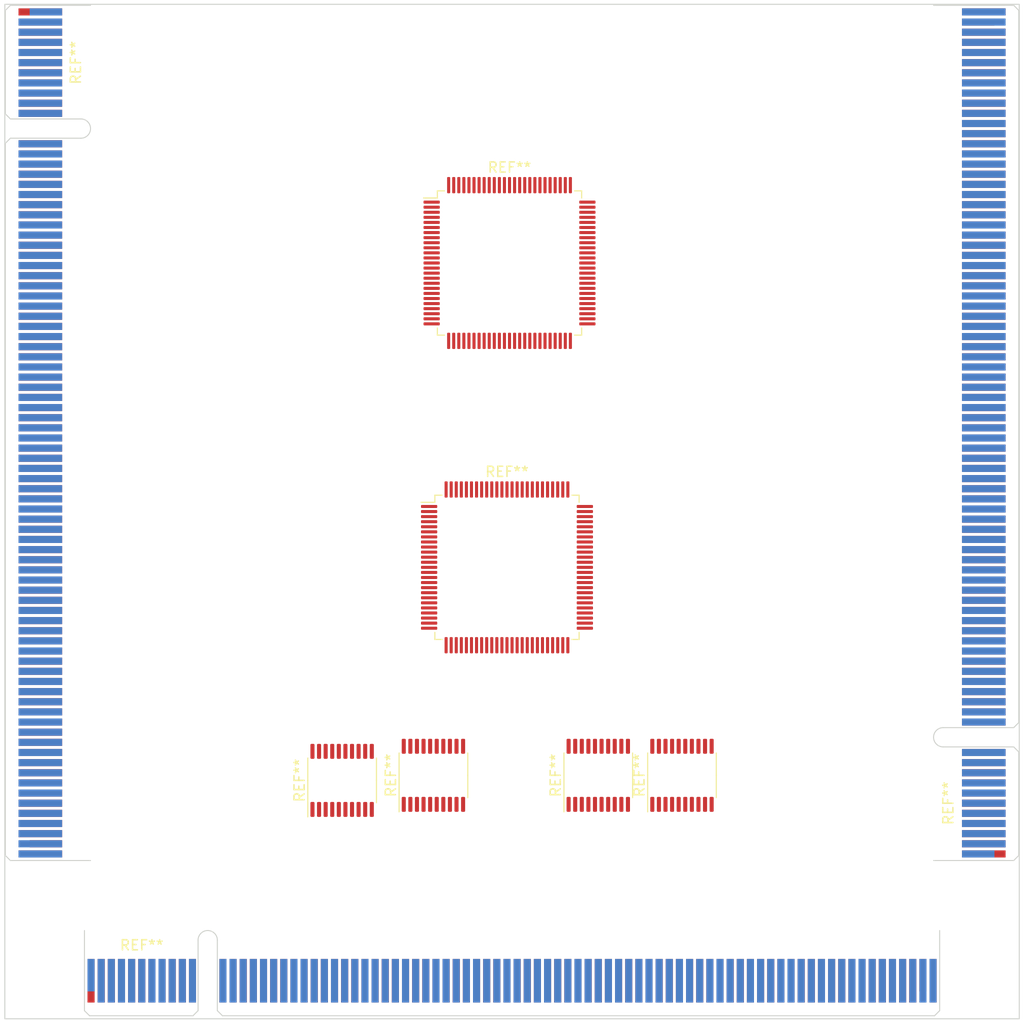
<source format=kicad_pcb>
(kicad_pcb (version 20211014) (generator pcbnew)
  (layers (0 "F.Cu" signal) (31 "B.Cu" signal) (34 "B.Paste" user) (35 "F.Paste" user) (36 "B.SilkS" user "B.Silkscreen") (37 "F.SilkS" user "F.Silkscreen") (38 "B.Mask" user) (39 "F.Mask" user) (44 "Edge.Cuts" user))
  (net 0 "")
  (footprint "Connector_PCBEdge:BUS_PCIexpress_x16" (layer "F.Cu") (at 196.5 108.75 90)
    (fp_text reference "REF**")
    (fp_text value "BUS_PCIexpress_x16")
    (fp_line (start 10.55 -4) (end 10.55 2.95) (layer "Edge.Cuts") (width 0.1))
    (fp_line (start 10.55 2.95) (end 10.05 3.45) (layer "Edge.Cuts") (width 0.1))
    (fp_line (start -0.65 2.95) (end -0.15 3.45) (layer "Edge.Cuts") (width 0.1))
    (fp_line (start 12.95 3.45) (end 83.15 3.45) (layer "Edge.Cuts") (width 0.1))
    (fp_line (start 12.45 2.95) (end 12.95 3.45) (layer "Edge.Cuts") (width 0.1))
    (fp_line (start 12.45 -4) (end 12.45 2.95) (layer "Edge.Cuts") (width 0.1))
    (fp_line (start 83.65 2.95) (end 83.15 3.45) (layer "Edge.Cuts") (width 0.1))
    (fp_line (start -0.15 3.45) (end 10.05 3.45) (layer "Edge.Cuts") (width 0.1))
    (fp_line (start 83.65 -4.95) (end 83.65 2.95) (layer "Edge.Cuts") (width 0.1))
    (fp_line (start -0.65 -4.95) (end -0.65 2.95) (layer "Edge.Cuts") (width 0.1))
    (fp_arc (start 10.55 -4) (mid 11.5 -4.95) (end 12.45 -4) (layer "Edge.Cuts") (width 0.1))
  )
  (footprint "Package_SO:TSSOP-20_4.4x6.5mm_P0.65mm" (layer "F.Cu") (at 142.25 101 90)
    (fp_text reference "REF**")
    (fp_text value "TSSOP-20_4.4x6.5mm_P0.65mm")
  )
  (footprint "Package_QFP:LQFP-100_14x14mm_P0.5mm" (layer "F.Cu") (at 149.5 80.5)
    (fp_text reference "REF**")
    (fp_text value "LQFP-100_14x14mm_P0.5mm")
  )
  (footprint "Package_SO:TSSOP-20_4.4x6.5mm_P0.65mm" (layer "F.Cu") (at 133.25 101.5 90)
    (fp_text reference "REF**")
    (fp_text value "TSSOP-20_4.4x6.5mm_P0.65mm")
  )
  (footprint "Package_SO:TSSOP-20_4.4x6.5mm_P0.65mm" (layer "F.Cu") (at 158.5 101 90)
    (fp_text reference "REF**")
    (fp_text value "TSSOP-20_4.4x6.5mm_P0.65mm")
  )
  (footprint "Package_QFP:LQFP-100_14x14mm_P0.5mm" (layer "F.Cu") (at 149.75 50.5)
    (fp_text reference "REF**")
    (fp_text value "LQFP-100_14x14mm_P0.5mm")
  )
  (footprint "Connector_PCBEdge:BUS_PCIexpress_x16" (layer "F.Cu") (at 103.5 25.75 -90)
    (fp_text reference "REF**")
    (fp_text value "BUS_PCIexpress_x16")
    (fp_line (start 10.55 2.95) (end 10.05 3.45) (layer "Edge.Cuts") (width 0.1))
    (fp_line (start 83.65 2.95) (end 83.15 3.45) (layer "Edge.Cuts") (width 0.1))
    (fp_line (start 83.65 -4.95) (end 83.65 2.95) (layer "Edge.Cuts") (width 0.1))
    (fp_line (start 12.45 2.95) (end 12.95 3.45) (layer "Edge.Cuts") (width 0.1))
    (fp_line (start -0.65 -4.95) (end -0.65 2.95) (layer "Edge.Cuts") (width 0.1))
    (fp_line (start -0.65 2.95) (end -0.15 3.45) (layer "Edge.Cuts") (width 0.1))
    (fp_line (start 12.95 3.45) (end 83.15 3.45) (layer "Edge.Cuts") (width 0.1))
    (fp_line (start 10.55 -4) (end 10.55 2.95) (layer "Edge.Cuts") (width 0.1))
    (fp_line (start 12.45 -4) (end 12.45 2.95) (layer "Edge.Cuts") (width 0.1))
    (fp_line (start -0.15 3.45) (end 10.05 3.45) (layer "Edge.Cuts") (width 0.1))
    (fp_arc (start 10.55 -4) (mid 11.5 -4.95) (end 12.45 -4) (layer "Edge.Cuts") (width 0.1))
  )
  (footprint "Package_SO:TSSOP-20_4.4x6.5mm_P0.65mm" (layer "F.Cu") (at 166.75 101 90)
    (fp_text reference "REF**")
    (fp_text value "TSSOP-20_4.4x6.5mm_P0.65mm")
  )
  (footprint "Connector_PCBEdge:BUS_PCIexpress_x16" (layer "F.Cu") (at 108.5 121.25)
    (fp_text reference "REF**")
    (fp_text value "BUS_PCIexpress_x16")
    (fp_line (start 12.45 2.95) (end 12.95 3.45) (layer "Edge.Cuts") (width 0.1))
    (fp_line (start 83.65 -4.95) (end 83.65 2.95) (layer "Edge.Cuts") (width 0.1))
    (fp_line (start 10.55 2.95) (end 10.05 3.45) (layer "Edge.Cuts") (width 0.1))
    (fp_line (start 12.95 3.45) (end 83.15 3.45) (layer "Edge.Cuts") (width 0.1))
    (fp_line (start -0.65 2.95) (end -0.15 3.45) (layer "Edge.Cuts") (width 0.1))
    (fp_line (start 83.65 2.95) (end 83.15 3.45) (layer "Edge.Cuts") (width 0.1))
    (fp_line (start 10.55 -4) (end 10.55 2.95) (layer "Edge.Cuts") (width 0.1))
    (fp_line (start -0.65 -4.95) (end -0.65 2.95) (layer "Edge.Cuts") (width 0.1))
    (fp_line (start -0.15 3.45) (end 10.05 3.45) (layer "Edge.Cuts") (width 0.1))
    (fp_line (start 12.45 -4) (end 12.45 2.95) (layer "Edge.Cuts") (width 0.1))
    (fp_arc (start 10.55 -4) (mid 11.5 -4.95) (end 12.45 -4) (layer "Edge.Cuts") (width 0.1))
  )
  (gr_rect (start 100 25) (end 200 125) (layer "Edge.Cuts") (width 0.1) (fill none))
)
</source>
